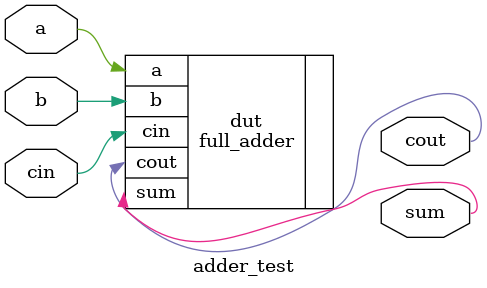
<source format=v>
module adder_test(
	input wire a,
	input wire b,
  input wire cin,
	output wire sum,
  output wire cout
);
full_adder dut(
	.a(a),
	.b(b),
	.cin(cin),
  .sum(sum),
  .cout(cout)
);

initial begin
	$dumpfile("full_adder.vcd");
	$dumpvars;
end
endmodule

</source>
